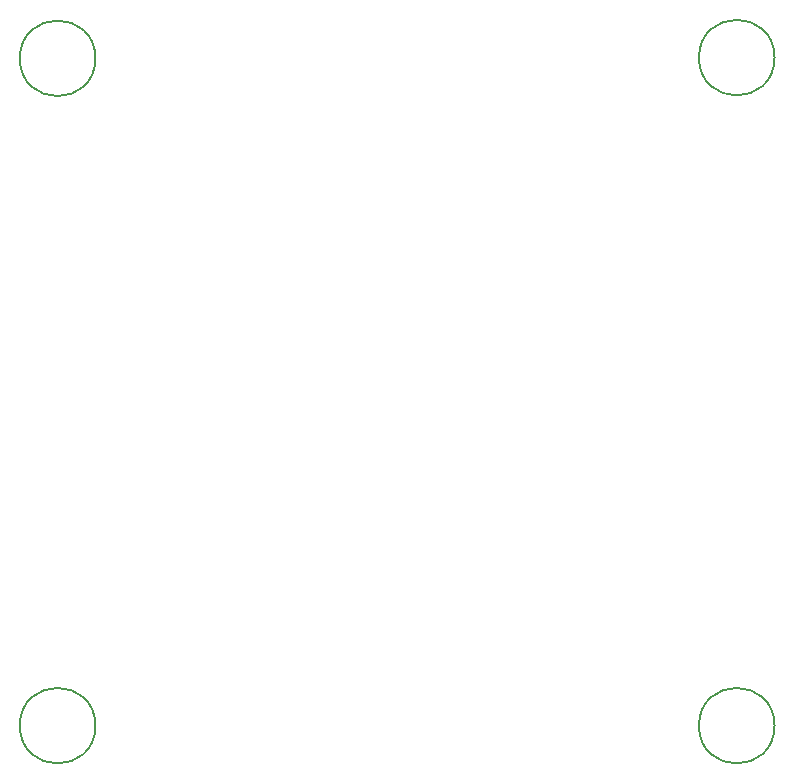
<source format=gbr>
%TF.GenerationSoftware,KiCad,Pcbnew,7.0.7*%
%TF.CreationDate,2023-11-27T22:42:48+01:00*%
%TF.ProjectId,OS-S88n,4f532d53-3838-46e2-9e6b-696361645f70,rev?*%
%TF.SameCoordinates,Original*%
%TF.FileFunction,Other,Comment*%
%FSLAX46Y46*%
G04 Gerber Fmt 4.6, Leading zero omitted, Abs format (unit mm)*
G04 Created by KiCad (PCBNEW 7.0.7) date 2023-11-27 22:42:48*
%MOMM*%
%LPD*%
G01*
G04 APERTURE LIST*
%ADD10C,0.150000*%
G04 APERTURE END LIST*
D10*
%TO.C,REF\u002A\u002A*%
X234200000Y-97000000D02*
G75*
G03*
X234200000Y-97000000I-3200000J0D01*
G01*
X176700000Y-97000000D02*
G75*
G03*
X176700000Y-97000000I-3200000J0D01*
G01*
X176700000Y-40500000D02*
G75*
G03*
X176700000Y-40500000I-3200000J0D01*
G01*
X234200000Y-40437776D02*
G75*
G03*
X234200000Y-40437776I-3200000J0D01*
G01*
%TD*%
M02*

</source>
